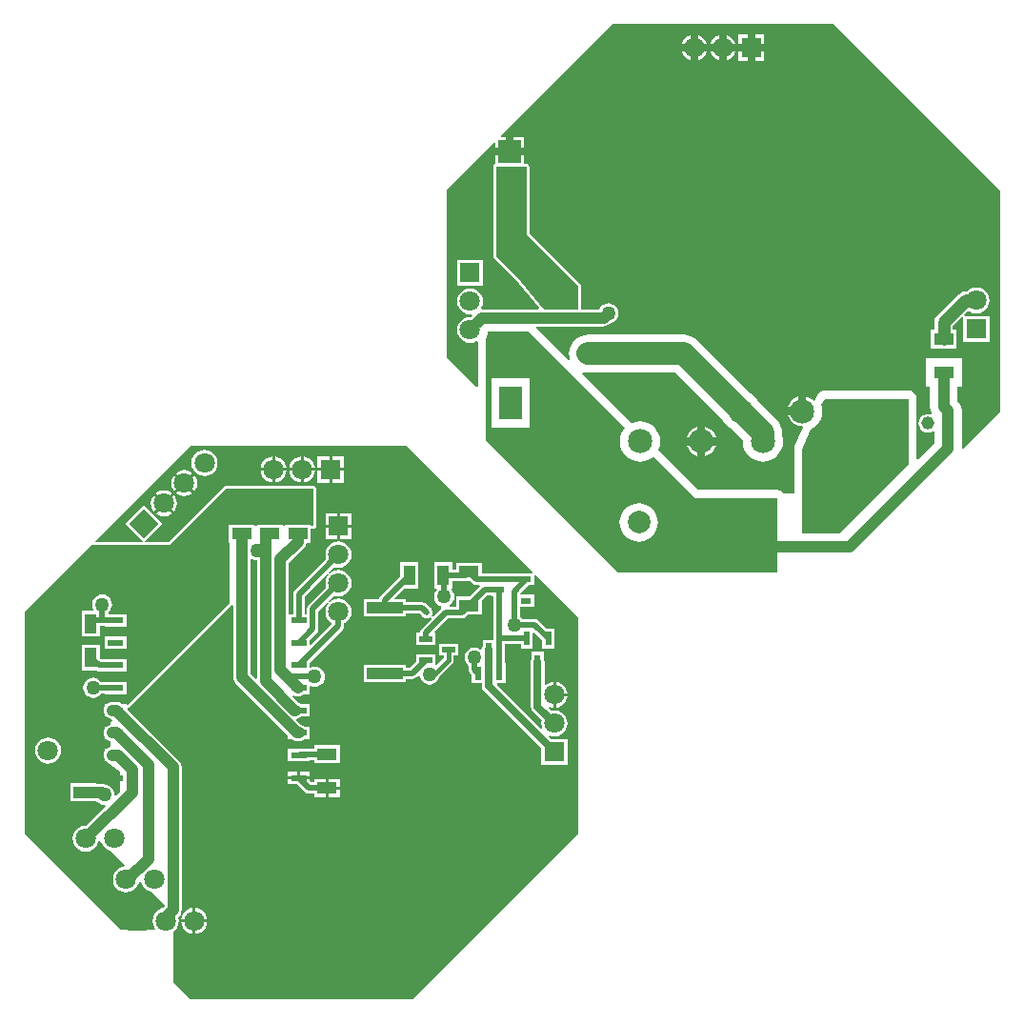
<source format=gtl>
G04 Layer_Physical_Order=1*
G04 Layer_Color=255*
%FSLAX44Y44*%
%MOMM*%
G71*
G01*
G75*
%ADD10R,1.1572X0.5426*%
%ADD11R,1.1120X1.8034*%
%ADD12R,3.2004X1.0128*%
%ADD13R,0.4032X0.3556*%
%ADD14R,1.8034X1.1120*%
%ADD15R,0.9144X0.5588*%
%ADD16R,0.5680X1.2588*%
%ADD17R,1.4000X0.6000*%
%ADD18C,1.0000*%
%ADD19C,2.0000*%
%ADD20C,1.1000*%
%ADD21C,0.5000*%
%ADD22C,0.4000*%
%ADD23C,0.7000*%
%ADD24C,1.8000*%
%ADD25R,1.8000X1.8000*%
%ADD26P,2.5456X4X90.0*%
%ADD27R,1.8000X1.8000*%
%ADD28R,2.0000X2.0000*%
%ADD29R,2.0000X3.0000*%
%ADD30C,1.1684*%
%ADD31C,2.0000*%
%ADD32C,2.1590*%
%ADD33C,1.5000*%
%ADD34C,0.7000*%
%ADD35C,1.2700*%
G36*
X261000Y425000D02*
X258557D01*
Y426142D01*
X235443D01*
Y425000D01*
X233557D01*
Y426142D01*
X210443D01*
Y425000D01*
X208557D01*
Y426142D01*
X185443D01*
Y409942D01*
X186000D01*
Y356000D01*
X95713Y265713D01*
X94540Y266199D01*
Y266540D01*
X90829D01*
X89466Y267586D01*
X87632Y268346D01*
X85663Y268605D01*
X82000D01*
X80032Y268346D01*
X78197Y267586D01*
X76834Y266540D01*
X75460D01*
Y264863D01*
X75414Y264802D01*
X74654Y262968D01*
X74395Y261000D01*
X74654Y259032D01*
X75414Y257197D01*
X75460Y257137D01*
Y255460D01*
X76834D01*
X78197Y254414D01*
X80032Y253654D01*
X81646Y253442D01*
X82081Y252576D01*
X82125Y252125D01*
X80000Y250000D01*
Y248333D01*
X78197Y247586D01*
X76834Y246540D01*
X75460D01*
Y244863D01*
X75414Y244802D01*
X74654Y242968D01*
X74395Y241000D01*
X74654Y239032D01*
X75414Y237197D01*
X75460Y237137D01*
Y235460D01*
X76834D01*
X78197Y234414D01*
X80000Y233667D01*
Y228333D01*
X78197Y227586D01*
X76834Y226540D01*
X75460D01*
Y224863D01*
X75414Y224802D01*
X74654Y222968D01*
X74395Y221000D01*
X74654Y219032D01*
X75414Y217197D01*
X75460Y217137D01*
Y215460D01*
X76834D01*
X78197Y214414D01*
X80000Y213667D01*
Y212125D01*
X89000Y206500D01*
Y189151D01*
X85134Y185139D01*
X83930Y185720D01*
X83967Y186000D01*
X83661Y188321D01*
X82765Y190483D01*
X81340Y192340D01*
X79483Y193765D01*
X77321Y194661D01*
X76383Y194785D01*
X74926Y195388D01*
X72958Y195647D01*
X67557D01*
Y196142D01*
X44443D01*
Y179942D01*
X67557D01*
X67557Y179942D01*
X68698Y179630D01*
X70517Y178235D01*
X72679Y177339D01*
X75000Y177033D01*
X75641Y177118D01*
X76247Y175917D01*
X67913Y167269D01*
X59131Y158487D01*
X58350Y158590D01*
X55338Y158193D01*
X52530Y157030D01*
X50120Y155180D01*
X48270Y152770D01*
X47107Y149963D01*
X46710Y146950D01*
X47107Y143938D01*
X48270Y141130D01*
X50120Y138720D01*
X52530Y136870D01*
X55338Y135707D01*
X58350Y135310D01*
X61363Y135707D01*
X64170Y136870D01*
X66580Y138720D01*
X68430Y141130D01*
X69593Y143938D01*
X69693Y144696D01*
X70896Y145105D01*
X72821Y143179D01*
X73670Y141130D01*
X75520Y138720D01*
X77930Y136870D01*
X79979Y136021D01*
X92688Y123312D01*
X92280Y122109D01*
X91168Y121962D01*
X88361Y120800D01*
X85950Y118950D01*
X84100Y116539D01*
X82937Y113732D01*
X82541Y110720D01*
X82937Y107707D01*
X84100Y104900D01*
X85950Y102489D01*
X88361Y100639D01*
X91168Y99477D01*
X94180Y99080D01*
X97193Y99477D01*
X100000Y100639D01*
X102411Y102489D01*
X104261Y104900D01*
X105423Y107707D01*
X105548Y108656D01*
X106889Y109111D01*
X108369Y107631D01*
X109500Y104900D01*
X111350Y102489D01*
X113761Y100639D01*
X116492Y99508D01*
X128264Y87736D01*
Y86319D01*
X127259Y85314D01*
X126337Y85193D01*
X123530Y84030D01*
X121120Y82180D01*
X119270Y79770D01*
X118107Y76963D01*
X117710Y73950D01*
X118107Y70938D01*
X119270Y68130D01*
X120030Y67139D01*
X119469Y66000D01*
X89494D01*
X3885Y151609D01*
Y348391D01*
X63494Y408000D01*
X133000Y408000D01*
X183000Y458000D01*
X261000Y458000D01*
Y425000D01*
D02*
G37*
G36*
X455896Y384104D02*
X455370Y382834D01*
X442826D01*
Y382639D01*
X410557D01*
Y392058D01*
X387443D01*
Y386139D01*
X384058D01*
Y392557D01*
X367858D01*
Y369443D01*
X370010D01*
X370372Y368829D01*
X370531Y368173D01*
X369235Y366483D01*
X368339Y364321D01*
X368033Y362000D01*
X368339Y359679D01*
X369235Y357517D01*
X370660Y355660D01*
X372517Y354235D01*
X374078Y353588D01*
X373937Y352318D01*
X373937D01*
Y350711D01*
X367481Y344256D01*
X366306Y344694D01*
X366103Y345807D01*
X366255Y346034D01*
X366646Y348000D01*
X366255Y349967D01*
X366063Y350253D01*
Y352318D01*
X364456D01*
X361201Y355574D01*
X359534Y356688D01*
X357567Y357079D01*
X342542D01*
Y359544D01*
X333513D01*
X333027Y360717D01*
X341752Y369443D01*
X354142D01*
Y392557D01*
X337942D01*
Y380167D01*
X320366Y362592D01*
X319252Y360924D01*
X318978Y359544D01*
X305458D01*
Y344336D01*
X342542D01*
Y346801D01*
X355438D01*
X356951Y345289D01*
Y343682D01*
X358898D01*
X359540Y343252D01*
X361507Y342861D01*
X363474Y343252D01*
X363938Y343563D01*
X364892Y343373D01*
X365341Y342116D01*
X357046Y333821D01*
X355933Y332154D01*
X355541Y330187D01*
Y329778D01*
X352354D01*
Y319272D01*
X369006D01*
Y329778D01*
X369006D01*
X368576Y330816D01*
X380622Y342861D01*
X392958D01*
X394925Y343252D01*
X396592Y344366D01*
X398167Y345942D01*
X410557D01*
Y358332D01*
X415087Y362861D01*
X418950D01*
Y362666D01*
X420861D01*
Y323662D01*
X411120D01*
Y317648D01*
X410811Y317185D01*
X410533Y315792D01*
X409134Y315265D01*
X408483Y315765D01*
X406320Y316661D01*
X403999Y316966D01*
X401678Y316661D01*
X399516Y315765D01*
X397659Y314340D01*
X396234Y312483D01*
X395338Y310320D01*
X395033Y307999D01*
X395338Y305679D01*
X396234Y303516D01*
X397659Y301659D01*
X398861Y300737D01*
Y297001D01*
X399252Y295034D01*
X400366Y293367D01*
X401620Y292113D01*
Y285166D01*
X410342D01*
Y282500D01*
X410811Y280143D01*
X412145Y278145D01*
X463510Y226781D01*
Y212410D01*
X486590D01*
Y235490D01*
X472219D01*
X470227Y237482D01*
X470946Y238559D01*
X472037Y238107D01*
X475050Y237710D01*
X478063Y238107D01*
X480870Y239270D01*
X483280Y241120D01*
X485130Y243530D01*
X486293Y246338D01*
X486689Y249350D01*
X486293Y252362D01*
X485130Y255170D01*
X483280Y257580D01*
X480870Y259430D01*
X478063Y260593D01*
X475050Y260989D01*
X472461Y260649D01*
X470227Y262882D01*
X470946Y263959D01*
X472037Y263507D01*
X473780Y263278D01*
Y274750D01*
Y286222D01*
X472037Y285993D01*
X469230Y284830D01*
X467428Y283447D01*
X466158Y284074D01*
Y304000D01*
X465690Y306357D01*
X465380Y306820D01*
Y312834D01*
X454620D01*
Y306820D01*
X454310Y306357D01*
X453842Y304000D01*
Y264400D01*
X454310Y262043D01*
X455645Y260045D01*
X463751Y251940D01*
X463410Y249350D01*
X463807Y246338D01*
X464259Y245246D01*
X463182Y244527D01*
X423813Y283896D01*
X424339Y285166D01*
X431380D01*
Y302834D01*
X431139D01*
Y319689D01*
X445120D01*
Y315994D01*
X455880D01*
Y329521D01*
X457053Y330008D01*
X464120Y322941D01*
Y315994D01*
X474880D01*
Y333662D01*
X467933D01*
X460962Y340634D01*
X459295Y341748D01*
X457328Y342139D01*
X446261D01*
X445340Y343340D01*
X444138Y344262D01*
Y353166D01*
X457050D01*
Y363834D01*
X445335D01*
X444809Y365104D01*
X451871Y372166D01*
X457050D01*
Y381154D01*
X458320Y381680D01*
X496115Y343885D01*
Y150877D01*
X349123Y3885D01*
X151609D01*
X136120Y19373D01*
Y64599D01*
X137580Y65720D01*
X139430Y68130D01*
X140593Y70938D01*
X140990Y73950D01*
X140593Y76963D01*
X140542Y77087D01*
X141498Y78043D01*
X142707Y79618D01*
X143466Y81452D01*
X143726Y83420D01*
Y210543D01*
X143466Y212511D01*
X142707Y214345D01*
X141498Y215920D01*
X95528Y261890D01*
X95588Y262292D01*
X96028Y263186D01*
X96704Y263321D01*
X97545Y263882D01*
X187831Y354169D01*
X188125Y354608D01*
X189395Y354223D01*
Y290417D01*
X189654Y288448D01*
X190414Y286614D01*
X191622Y285039D01*
X238274Y238387D01*
Y235460D01*
X241251D01*
X242614Y234414D01*
X244448Y233654D01*
X246417Y233395D01*
X247814D01*
X249782Y233654D01*
X251616Y234414D01*
X252980Y235460D01*
X257354D01*
Y246540D01*
X252980D01*
X251616Y247586D01*
X249857Y248315D01*
X245913Y252259D01*
X246368Y253599D01*
X246782Y253654D01*
X248617Y254414D01*
X249980Y255460D01*
X257354D01*
Y266540D01*
X249980D01*
X248617Y267586D01*
X248110Y267796D01*
X242251Y273655D01*
X243090Y274612D01*
X243348Y274414D01*
X245182Y273654D01*
X247151Y273395D01*
X249119Y273654D01*
X250953Y274414D01*
X252317Y275460D01*
X257354D01*
Y281926D01*
X258624Y282775D01*
X259679Y282338D01*
X261999Y282033D01*
X264320Y282338D01*
X266483Y283234D01*
X268340Y284659D01*
X269765Y286516D01*
X270661Y288679D01*
X270966Y290999D01*
X270661Y293320D01*
X269765Y295483D01*
X268340Y297340D01*
X266483Y298765D01*
X264320Y299661D01*
X261999Y299966D01*
X259679Y299661D01*
X258624Y299224D01*
X257354Y300072D01*
Y303273D01*
X286634Y332552D01*
X287748Y334219D01*
X288139Y336186D01*
Y338238D01*
X288820Y338520D01*
X291230Y340370D01*
X293080Y342780D01*
X294243Y345588D01*
X294639Y348600D01*
X294243Y351613D01*
X293080Y354420D01*
X291230Y356830D01*
X288820Y358680D01*
X286012Y359843D01*
X283000Y360240D01*
X279988Y359843D01*
X277180Y358680D01*
X275303Y357240D01*
X274464Y358197D01*
X279306Y363039D01*
X279988Y362757D01*
X283000Y362360D01*
X286012Y362757D01*
X288820Y363920D01*
X291230Y365770D01*
X293080Y368180D01*
X294243Y370987D01*
X294639Y374000D01*
X294243Y377012D01*
X293080Y379820D01*
X291230Y382230D01*
X288820Y384080D01*
X286012Y385243D01*
X283000Y385639D01*
X279988Y385243D01*
X277180Y384080D01*
X275303Y382640D01*
X274464Y383596D01*
X279306Y388439D01*
X279988Y388157D01*
X283000Y387761D01*
X286012Y388157D01*
X288820Y389320D01*
X291230Y391170D01*
X293080Y393580D01*
X294243Y396387D01*
X294639Y399400D01*
X294243Y402413D01*
X293080Y405220D01*
X291230Y407630D01*
X288820Y409480D01*
X286012Y410643D01*
X283000Y411040D01*
X279988Y410643D01*
X277180Y409480D01*
X274770Y407630D01*
X272920Y405220D01*
X271757Y402413D01*
X271360Y399400D01*
X271757Y396387D01*
X272039Y395706D01*
X244180Y367848D01*
X243066Y366180D01*
X242675Y364214D01*
Y346540D01*
X238605D01*
Y391850D01*
X252378Y405622D01*
X253586Y407197D01*
X254346Y409032D01*
X254466Y409942D01*
X258557D01*
Y422410D01*
X261000D01*
X261991Y422607D01*
X262831Y423169D01*
X263393Y424009D01*
X263590Y425000D01*
Y458000D01*
X263393Y458991D01*
X262831Y459831D01*
X261991Y460393D01*
X261000Y460590D01*
X183000Y460590D01*
X182009Y460393D01*
X181169Y459831D01*
X131927Y410590D01*
X111706D01*
X111180Y411860D01*
X126360Y427039D01*
X110040Y443359D01*
X93720Y427039D01*
X108899Y411860D01*
X108373Y410590D01*
X67743Y410590D01*
X67257Y411763D01*
X151609Y496115D01*
X343885D01*
X455896Y384104D01*
D02*
G37*
G36*
X790000Y480000D02*
X728103Y418103D01*
X695000D01*
Y493000D01*
X702933Y510849D01*
X705334Y512132D01*
X708044Y514356D01*
X710268Y517066D01*
X711920Y520157D01*
X712937Y523512D01*
X713281Y527000D01*
X712937Y530488D01*
X712420Y532195D01*
X715000Y538000D01*
X790000D01*
Y480000D01*
D02*
G37*
G36*
X537905Y512095D02*
X536132Y509934D01*
X534480Y506843D01*
X533462Y503488D01*
X533119Y500000D01*
X533462Y496511D01*
X534480Y493157D01*
X536132Y490066D01*
X538356Y487356D01*
X541066Y485132D01*
X544157Y483480D01*
X547512Y482462D01*
X551000Y482119D01*
X554488Y482462D01*
X557843Y483480D01*
X560934Y485132D01*
X563095Y486905D01*
X600089Y449911D01*
X672919Y449911D01*
X672988Y384240D01*
X672091Y383341D01*
X531659D01*
X413910Y501090D01*
Y591282D01*
X414854Y593047D01*
X415769Y596063D01*
X415945Y597856D01*
X452144D01*
X537905Y512095D01*
D02*
G37*
G36*
X871115Y723391D02*
Y526609D01*
X838249Y493742D01*
X836979Y494268D01*
Y527299D01*
X836566Y530431D01*
X835357Y533350D01*
X833434Y535857D01*
X833104Y536187D01*
Y548482D01*
X837017D01*
Y573602D01*
X804983D01*
Y548482D01*
X808896D01*
Y531174D01*
X809309Y528041D01*
X810518Y525122D01*
X810614Y524997D01*
X809813Y523954D01*
X809221Y524199D01*
X807033Y524487D01*
X804845Y524199D01*
X802806Y523355D01*
X801055Y522011D01*
X799711Y520260D01*
X798867Y518221D01*
X798579Y516033D01*
X798867Y513845D01*
X799711Y511806D01*
X801055Y510055D01*
X802806Y508711D01*
X804845Y507867D01*
X807033Y507579D01*
X809221Y507867D01*
X811260Y508711D01*
X811633Y508997D01*
X812772Y508435D01*
Y498655D01*
X798234Y484117D01*
X797060Y484603D01*
Y538000D01*
X796820Y539827D01*
X796115Y541530D01*
X794993Y542993D01*
X793530Y544114D01*
X791827Y544820D01*
X790000Y545060D01*
X715000D01*
X714630Y545012D01*
X714257Y545021D01*
X713720Y544892D01*
X713173Y544820D01*
X712828Y544677D01*
X712466Y544590D01*
X711980Y544326D01*
X711470Y544114D01*
X711174Y543887D01*
X710846Y543709D01*
X710446Y543329D01*
X710007Y542993D01*
X709781Y542697D01*
X709510Y542440D01*
X709222Y541968D01*
X708885Y541530D01*
X708743Y541186D01*
X708548Y540868D01*
X706492Y536242D01*
X705231Y536093D01*
X704911Y536511D01*
X702125Y538648D01*
X698900Y539984D01*
Y527000D01*
X695400D01*
Y523500D01*
X682416D01*
X683752Y520275D01*
X685889Y517489D01*
X688675Y515352D01*
X691919Y514008D01*
X695038Y513597D01*
X695930Y512477D01*
X688548Y495868D01*
X688392Y495338D01*
X688180Y494827D01*
X688131Y494458D01*
X688026Y494100D01*
X688012Y493548D01*
X687940Y493000D01*
Y454000D01*
X678605D01*
X678472Y454174D01*
X677912Y454903D01*
X677909Y454906D01*
X677906Y454909D01*
X677178Y455466D01*
X676450Y456026D01*
X676446Y456027D01*
X676443Y456029D01*
X675599Y456378D01*
X674747Y456731D01*
X674743Y456731D01*
X674740Y456733D01*
X673829Y456852D01*
X672919Y456971D01*
X603013Y456971D01*
X568087Y491898D01*
X567629Y492249D01*
X567233Y492620D01*
X567520Y493157D01*
X568537Y496511D01*
X568881Y500000D01*
X568537Y503488D01*
X567520Y506843D01*
X565868Y509934D01*
X563644Y512644D01*
X560934Y514868D01*
X557843Y516520D01*
X554488Y517537D01*
X551000Y517881D01*
X547512Y517537D01*
X544157Y516520D01*
X543620Y516233D01*
X543250Y516629D01*
X542898Y517087D01*
X499371Y560614D01*
X500044Y561737D01*
X501667Y561245D01*
X505000Y560916D01*
X582726D01*
X625193Y518449D01*
X625932Y517066D01*
X628156Y514356D01*
X630866Y512132D01*
X632249Y511393D01*
X642438Y501204D01*
X642319Y500000D01*
X642663Y496511D01*
X643680Y493157D01*
X645332Y490066D01*
X647556Y487356D01*
X650266Y485132D01*
X653357Y483480D01*
X656712Y482462D01*
X660200Y482119D01*
X663688Y482462D01*
X667043Y483480D01*
X670134Y485132D01*
X672844Y487356D01*
X675068Y490066D01*
X676720Y493157D01*
X677738Y496511D01*
X678081Y500000D01*
X677738Y503488D01*
X677282Y504989D01*
Y507600D01*
X677282Y507600D01*
X676954Y510933D01*
X675982Y514137D01*
X674403Y517090D01*
X672279Y519679D01*
X672279Y519679D01*
X656407Y535551D01*
X655668Y536934D01*
X653444Y539644D01*
X650734Y541868D01*
X649351Y542607D01*
X601880Y590078D01*
X599292Y592202D01*
X596339Y593781D01*
X593134Y594753D01*
X589801Y595081D01*
X589801Y595081D01*
X505000D01*
X501667Y594753D01*
X498463Y593781D01*
X495509Y592202D01*
X492921Y590078D01*
X490796Y587489D01*
X489218Y584536D01*
X488246Y581331D01*
X487918Y577999D01*
X488246Y574666D01*
X488738Y573043D01*
X487615Y572370D01*
X458803Y601182D01*
X459290Y602355D01*
X518960D01*
X520928Y602614D01*
X522762Y603374D01*
X524338Y604582D01*
X525060Y605304D01*
X525321Y605339D01*
X527483Y606235D01*
X529340Y607660D01*
X530765Y609517D01*
X531661Y611679D01*
X531967Y614000D01*
X531661Y616321D01*
X530765Y618483D01*
X529340Y620340D01*
X527483Y621765D01*
X525321Y622661D01*
X523000Y622967D01*
X520679Y622661D01*
X518517Y621765D01*
X516660Y620340D01*
X515235Y618483D01*
X514854Y617565D01*
X498590D01*
Y630000D01*
Y638000D01*
X498393Y638991D01*
X497831Y639831D01*
X488831Y648831D01*
X452590Y685073D01*
Y721000D01*
Y744000D01*
X452393Y744991D01*
X451831Y745831D01*
X450991Y746393D01*
X450000Y746590D01*
X447540D01*
Y754500D01*
X435000D01*
X422460D01*
Y746482D01*
X422009Y746393D01*
X421169Y745831D01*
X420607Y744991D01*
X420410Y744000D01*
Y665000D01*
X420607Y664009D01*
X421169Y663169D01*
X439086Y645252D01*
X461200Y618715D01*
X460661Y617565D01*
X410760D01*
X410612Y617546D01*
X409977Y618645D01*
X410080Y618780D01*
X411243Y621587D01*
X411640Y624600D01*
X411243Y627612D01*
X410080Y630420D01*
X408230Y632830D01*
X405820Y634680D01*
X403013Y635843D01*
X400000Y636240D01*
X396987Y635843D01*
X394180Y634680D01*
X391770Y632830D01*
X389920Y630420D01*
X388757Y627612D01*
X388360Y624600D01*
X388757Y621587D01*
X389920Y618780D01*
X391770Y616370D01*
X394180Y614520D01*
X396987Y613357D01*
X400000Y612960D01*
X401393Y613144D01*
X401986Y611941D01*
X400782Y610737D01*
X400000Y610840D01*
X396987Y610443D01*
X394180Y609280D01*
X391770Y607430D01*
X389920Y605020D01*
X388757Y602212D01*
X388360Y599200D01*
X388757Y596188D01*
X389920Y593380D01*
X391770Y590970D01*
X394180Y589120D01*
X396987Y587957D01*
X400000Y587560D01*
X403013Y587957D01*
X405580Y589020D01*
X406850Y588490D01*
Y548810D01*
X405676Y548324D01*
X378885Y575115D01*
Y723391D01*
X421287Y765793D01*
X422460Y765307D01*
Y761500D01*
X431500D01*
Y770540D01*
X427693D01*
X427207Y771713D01*
X526609Y871115D01*
X723391D01*
X871115Y723391D01*
D02*
G37*
G36*
X450000Y721000D02*
Y684000D01*
X487000Y647000D01*
X496000Y638000D01*
Y630000D01*
Y617565D01*
X465529D01*
X441000Y647000D01*
X423000Y665000D01*
Y744000D01*
X450000D01*
Y721000D01*
D02*
G37*
G36*
X274360Y381697D02*
X272920Y379820D01*
X271757Y377012D01*
X271360Y374000D01*
X271757Y370987D01*
X272039Y370306D01*
X256366Y354634D01*
X255252Y352966D01*
X254861Y351000D01*
Y346540D01*
X252953D01*
Y362085D01*
X273403Y382536D01*
X274360Y381697D01*
D02*
G37*
G36*
X274360Y356297D02*
X272920Y354420D01*
X271757Y351613D01*
X271360Y348600D01*
X271757Y345588D01*
X272920Y342780D01*
X274770Y340370D01*
X276665Y338915D01*
X276921Y337374D01*
X258527Y318981D01*
X257354Y319466D01*
Y323273D01*
X263634Y329552D01*
X264748Y331219D01*
X265139Y333186D01*
Y348871D01*
X273403Y357136D01*
X274360Y356297D01*
D02*
G37*
G36*
X206517Y395235D02*
X208679Y394339D01*
X210395Y394113D01*
Y289436D01*
X209222Y288950D01*
X204605Y293567D01*
Y395101D01*
X205875Y395727D01*
X206517Y395235D01*
D02*
G37*
G36*
X387443Y375858D02*
X399833D01*
X401824Y373866D01*
X403491Y372752D01*
X405458Y372361D01*
X408256D01*
X408782Y371091D01*
X399833Y362142D01*
X387443D01*
Y353139D01*
X382047D01*
X381867Y353488D01*
X381710Y354409D01*
X383340Y355660D01*
X384765Y357517D01*
X385661Y359679D01*
X385967Y362000D01*
X385661Y364321D01*
X384765Y366483D01*
X383469Y368173D01*
X383628Y368829D01*
X383990Y369443D01*
X384058D01*
Y375861D01*
X387443D01*
Y375858D01*
D02*
G37*
%LPC*%
G36*
X73000Y363967D02*
X70679Y363661D01*
X68517Y362765D01*
X66660Y361340D01*
X65235Y359483D01*
X64339Y357321D01*
X64033Y355000D01*
X64339Y352679D01*
X65106Y350827D01*
X64535Y349557D01*
X54858D01*
Y326443D01*
X71058D01*
Y335861D01*
X75460D01*
Y335460D01*
X94540D01*
Y346540D01*
X79112D01*
X78887Y346770D01*
X78995Y348395D01*
X79340Y348660D01*
X80765Y350517D01*
X81661Y352679D01*
X81967Y355000D01*
X81661Y357321D01*
X80765Y359483D01*
X79340Y361340D01*
X77483Y362765D01*
X75321Y363661D01*
X73000Y363967D01*
D02*
G37*
G36*
X71058Y319557D02*
X54858D01*
Y296443D01*
X67706D01*
X67991Y296252D01*
X69958Y295861D01*
X75460D01*
Y295460D01*
X94540D01*
Y306540D01*
X75460D01*
Y306139D01*
X72087D01*
X71058Y307167D01*
Y319557D01*
D02*
G37*
G36*
X94540Y326540D02*
X75460D01*
Y315460D01*
X94540D01*
Y326540D01*
D02*
G37*
G36*
X24950Y236890D02*
X21937Y236493D01*
X19130Y235330D01*
X16720Y233480D01*
X14870Y231070D01*
X13707Y228263D01*
X13311Y225250D01*
X13707Y222237D01*
X14870Y219430D01*
X16720Y217020D01*
X19130Y215170D01*
X21937Y214007D01*
X24950Y213610D01*
X27963Y214007D01*
X30770Y215170D01*
X33180Y217020D01*
X35030Y219430D01*
X36193Y222237D01*
X36590Y225250D01*
X36193Y228263D01*
X35030Y231070D01*
X33180Y233480D01*
X30770Y235330D01*
X27963Y236493D01*
X24950Y236890D01*
D02*
G37*
G36*
X65000Y289967D02*
X62679Y289661D01*
X60517Y288765D01*
X58660Y287340D01*
X57235Y285483D01*
X56339Y283321D01*
X56033Y281000D01*
X56339Y278679D01*
X57235Y276517D01*
X58660Y274660D01*
X60517Y273235D01*
X62679Y272339D01*
X65000Y272033D01*
X67321Y272339D01*
X69483Y273235D01*
X71340Y274660D01*
X72263Y275861D01*
X75460D01*
Y275460D01*
X94540D01*
Y286540D01*
X75460D01*
Y286139D01*
X72263D01*
X71340Y287340D01*
X69483Y288765D01*
X67321Y289661D01*
X65000Y289967D01*
D02*
G37*
G36*
X118990Y452214D02*
X117920Y450820D01*
X116757Y448013D01*
X116360Y445000D01*
X116757Y441987D01*
X117920Y439180D01*
X118990Y437786D01*
X126204Y445000D01*
X118990Y452214D01*
D02*
G37*
G36*
X137010D02*
X129796Y445000D01*
X137010Y437786D01*
X138080Y439180D01*
X139243Y441987D01*
X139640Y445000D01*
X139243Y448013D01*
X138080Y450820D01*
X137010Y452214D01*
D02*
G37*
G36*
X145961Y461165D02*
X138746Y453950D01*
X140141Y452880D01*
X142948Y451718D01*
X145961Y451321D01*
X148973Y451718D01*
X151780Y452880D01*
X153175Y453950D01*
X145961Y461165D01*
D02*
G37*
G36*
X128000Y456640D02*
X124987Y456243D01*
X122180Y455080D01*
X120786Y454010D01*
X128000Y446796D01*
X135214Y454010D01*
X133820Y455080D01*
X131012Y456243D01*
X128000Y456640D01*
D02*
G37*
G36*
X128000Y443204D02*
X120786Y435990D01*
X122180Y434920D01*
X124987Y433757D01*
X128000Y433360D01*
X131012Y433757D01*
X133820Y434920D01*
X135214Y435990D01*
X128000Y443204D01*
D02*
G37*
G36*
X294540Y423530D02*
X284270D01*
Y413260D01*
X294540D01*
Y423530D01*
D02*
G37*
G36*
X281730D02*
X271460D01*
Y413260D01*
X281730D01*
Y423530D01*
D02*
G37*
G36*
X294540Y436340D02*
X284270D01*
Y426070D01*
X294540D01*
Y436340D01*
D02*
G37*
G36*
X281730D02*
X271460D01*
Y426070D01*
X281730D01*
Y436340D01*
D02*
G37*
G36*
X284557Y200142D02*
X274270D01*
Y193312D01*
X284557D01*
Y200142D01*
D02*
G37*
G36*
Y190772D02*
X274270D01*
Y183942D01*
X284557D01*
Y190772D01*
D02*
G37*
G36*
X246544Y206544D02*
X238274D01*
Y202274D01*
X246544D01*
Y206544D01*
D02*
G37*
G36*
X271730Y200142D02*
X261443D01*
Y197181D01*
X258905D01*
X257354Y198731D01*
Y199734D01*
X247814D01*
X238274D01*
Y195464D01*
X246087D01*
X253142Y188408D01*
X254809Y187294D01*
X256776Y186903D01*
X261443D01*
Y183942D01*
X271730D01*
Y192042D01*
Y200142D01*
D02*
G37*
G36*
X166222Y72680D02*
X156020D01*
Y62478D01*
X157762Y62707D01*
X160570Y63870D01*
X162980Y65720D01*
X164830Y68130D01*
X165993Y70938D01*
X166222Y72680D01*
D02*
G37*
G36*
X153480D02*
X143278D01*
X143507Y70938D01*
X144670Y68130D01*
X146520Y65720D01*
X148930Y63870D01*
X151737Y62707D01*
X153480Y62478D01*
Y72680D01*
D02*
G37*
G36*
X156020Y85422D02*
Y75220D01*
X166222D01*
X165993Y76963D01*
X164830Y79770D01*
X162980Y82180D01*
X160570Y84030D01*
X157762Y85193D01*
X156020Y85422D01*
D02*
G37*
G36*
X153480D02*
X151737Y85193D01*
X148930Y84030D01*
X146520Y82180D01*
X144670Y79770D01*
X143507Y76963D01*
X143278Y75220D01*
X153480D01*
Y85422D01*
D02*
G37*
G36*
X257354Y206544D02*
X249084D01*
Y202274D01*
X257354D01*
Y206544D01*
D02*
G37*
G36*
X476320Y286222D02*
Y276020D01*
X486522D01*
X486293Y277763D01*
X485130Y280570D01*
X483280Y282980D01*
X480870Y284830D01*
X478063Y285993D01*
X476320Y286222D01*
D02*
G37*
G36*
X389326Y320253D02*
X372674D01*
Y309747D01*
X376371D01*
Y307917D01*
X370179Y301726D01*
X369006Y302212D01*
Y310728D01*
X352354D01*
Y304729D01*
X346824Y299199D01*
X342542D01*
Y301664D01*
X305458D01*
Y286456D01*
X342542D01*
Y288921D01*
X348952D01*
X350919Y289312D01*
X352586Y290426D01*
X354032Y291873D01*
X355235Y291465D01*
X355338Y290679D01*
X356234Y288516D01*
X357659Y286659D01*
X359516Y285234D01*
X361679Y284338D01*
X363999Y284033D01*
X366320Y284338D01*
X368483Y285234D01*
X370340Y286659D01*
X371765Y288516D01*
X372660Y290679D01*
X372727Y291180D01*
X384273Y302727D01*
X384273Y302727D01*
X385277Y304229D01*
X385629Y306000D01*
X385629Y306000D01*
Y309747D01*
X389326D01*
Y320253D01*
D02*
G37*
G36*
X284557Y230058D02*
X261443D01*
Y227097D01*
X248772D01*
X246805Y226706D01*
X246558Y226540D01*
X238274D01*
Y215460D01*
X257354D01*
Y216819D01*
X261443D01*
Y213858D01*
X284557D01*
Y230058D01*
D02*
G37*
G36*
X486522Y273480D02*
X476320D01*
Y263278D01*
X478063Y263507D01*
X480870Y264670D01*
X483280Y266520D01*
X485130Y268930D01*
X486293Y271737D01*
X486522Y273480D01*
D02*
G37*
G36*
X154971Y470175D02*
X147757Y462961D01*
X154971Y455746D01*
X156041Y457141D01*
X157203Y459948D01*
X157600Y462961D01*
X157203Y465973D01*
X156041Y468780D01*
X154971Y470175D01*
D02*
G37*
G36*
X262122Y473780D02*
X251920D01*
Y463578D01*
X253663Y463807D01*
X256470Y464970D01*
X258880Y466820D01*
X260730Y469230D01*
X261893Y472037D01*
X262122Y473780D01*
D02*
G37*
G36*
X236722D02*
X226520D01*
Y463578D01*
X228263Y463807D01*
X231070Y464970D01*
X233480Y466820D01*
X235330Y469230D01*
X236493Y472037D01*
X236722Y473780D01*
D02*
G37*
G36*
X163921Y492561D02*
X160909Y492164D01*
X158101Y491001D01*
X155691Y489151D01*
X153841Y486741D01*
X152678Y483934D01*
X152282Y480921D01*
X152678Y477909D01*
X153841Y475101D01*
X155691Y472691D01*
X158101Y470841D01*
X160909Y469678D01*
X163921Y469282D01*
X166934Y469678D01*
X169741Y470841D01*
X172151Y472691D01*
X174001Y475101D01*
X175164Y477909D01*
X175561Y480921D01*
X175164Y483934D01*
X174001Y486741D01*
X172151Y489151D01*
X169741Y491001D01*
X166934Y492164D01*
X163921Y492561D01*
D02*
G37*
G36*
X145961Y474600D02*
X142948Y474203D01*
X140141Y473041D01*
X138746Y471971D01*
X145961Y464757D01*
X153175Y471971D01*
X151780Y473041D01*
X148973Y474203D01*
X145961Y474600D01*
D02*
G37*
G36*
X249380Y473780D02*
X239178D01*
X239407Y472037D01*
X240570Y469230D01*
X242420Y466820D01*
X244830Y464970D01*
X247638Y463807D01*
X249380Y463578D01*
Y473780D01*
D02*
G37*
G36*
X274780D02*
X264510D01*
Y463510D01*
X274780D01*
Y473780D01*
D02*
G37*
G36*
X136950Y470175D02*
X135880Y468780D01*
X134718Y465973D01*
X134321Y462961D01*
X134718Y459948D01*
X135880Y457141D01*
X136950Y455746D01*
X144164Y462961D01*
X136950Y470175D01*
D02*
G37*
G36*
X223980Y473780D02*
X213778D01*
X214007Y472037D01*
X215170Y469230D01*
X217020Y466820D01*
X219430Y464970D01*
X222237Y463807D01*
X223980Y463578D01*
Y473780D01*
D02*
G37*
G36*
X287590D02*
X277320D01*
Y463510D01*
X287590D01*
Y473780D01*
D02*
G37*
G36*
X226520Y486522D02*
Y476320D01*
X236722D01*
X236493Y478063D01*
X235330Y480870D01*
X233480Y483280D01*
X231070Y485130D01*
X228263Y486293D01*
X226520Y486522D01*
D02*
G37*
G36*
X251920D02*
Y476320D01*
X262122D01*
X261893Y478063D01*
X260730Y480870D01*
X258880Y483280D01*
X256470Y485130D01*
X253663Y486293D01*
X251920Y486522D01*
D02*
G37*
G36*
X249380Y486522D02*
X247638Y486293D01*
X244830Y485130D01*
X242420Y483280D01*
X240570Y480870D01*
X239407Y478063D01*
X239178Y476320D01*
X249380D01*
Y486522D01*
D02*
G37*
G36*
X274780Y486590D02*
X264510D01*
Y476320D01*
X274780D01*
Y486590D01*
D02*
G37*
G36*
X287590D02*
X277320D01*
Y476320D01*
X287590D01*
Y486590D01*
D02*
G37*
G36*
X223980Y486522D02*
X222237Y486293D01*
X219430Y485130D01*
X217020Y483280D01*
X215170Y480870D01*
X214007Y478063D01*
X213778Y476320D01*
X223980D01*
Y486522D01*
D02*
G37*
G36*
X550000Y445082D02*
X546667Y444754D01*
X543463Y443782D01*
X540510Y442203D01*
X537921Y440079D01*
X535797Y437490D01*
X534218Y434537D01*
X533246Y431333D01*
X532918Y428000D01*
X533246Y424667D01*
X534218Y421463D01*
X535797Y418510D01*
X537921Y415921D01*
X540510Y413797D01*
X543463Y412218D01*
X546667Y411246D01*
X550000Y410918D01*
X553333Y411246D01*
X556537Y412218D01*
X559490Y413797D01*
X562079Y415921D01*
X564203Y418510D01*
X565782Y421463D01*
X566754Y424667D01*
X567082Y428000D01*
X566754Y431333D01*
X565782Y434537D01*
X564203Y437490D01*
X562079Y440079D01*
X559490Y442203D01*
X556537Y443782D01*
X553333Y444754D01*
X550000Y445082D01*
D02*
G37*
G36*
X453000Y556000D02*
X419000D01*
Y512000D01*
X453000D01*
Y556000D01*
D02*
G37*
G36*
X646500Y846500D02*
X638460D01*
Y838460D01*
X646500D01*
Y846500D01*
D02*
G37*
G36*
X447540Y770540D02*
X438500D01*
Y761500D01*
X447540D01*
Y770540D01*
D02*
G37*
G36*
X595700Y846500D02*
X588159D01*
X589120Y844180D01*
X590970Y841770D01*
X593380Y839920D01*
X595700Y838959D01*
Y846500D01*
D02*
G37*
G36*
X661540D02*
X653500D01*
Y838460D01*
X661540D01*
Y846500D01*
D02*
G37*
G36*
X411540Y661540D02*
X388460D01*
Y638460D01*
X411540D01*
Y661540D01*
D02*
G37*
G36*
X609100Y512984D02*
Y503500D01*
X618584D01*
X617248Y506725D01*
X615111Y509511D01*
X612325Y511648D01*
X609100Y512984D01*
D02*
G37*
G36*
X850000Y637039D02*
X846987Y636643D01*
X844180Y635480D01*
X841770Y633630D01*
X841677Y633509D01*
X840400D01*
X838301Y633233D01*
X836345Y632423D01*
X834666Y631134D01*
X815266Y611734D01*
X813977Y610055D01*
X813167Y608099D01*
X812891Y606000D01*
Y599058D01*
X809443D01*
Y582858D01*
X820929D01*
X821000Y582849D01*
X821071Y582858D01*
X832557D01*
Y599058D01*
X829109D01*
Y602641D01*
X837190Y610722D01*
X838460Y610196D01*
Y588460D01*
X861540D01*
Y611540D01*
X839804D01*
X839278Y612810D01*
X842827Y616358D01*
X844180Y615320D01*
X846987Y614157D01*
X850000Y613760D01*
X853012Y614157D01*
X855820Y615320D01*
X858230Y617170D01*
X860080Y619580D01*
X861243Y622388D01*
X861639Y625400D01*
X861243Y628413D01*
X860080Y631220D01*
X858230Y633630D01*
X855820Y635480D01*
X853012Y636643D01*
X850000Y637039D01*
D02*
G37*
G36*
X691900Y539984D02*
X688675Y538648D01*
X685889Y536511D01*
X683752Y533725D01*
X682416Y530500D01*
X691900D01*
Y539984D01*
D02*
G37*
G36*
X661540Y861540D02*
X653500D01*
Y853500D01*
X661540D01*
Y861540D01*
D02*
G37*
G36*
X621100Y861041D02*
X618780Y860080D01*
X616370Y858230D01*
X614520Y855820D01*
X613559Y853500D01*
X621100D01*
Y861041D01*
D02*
G37*
G36*
X628100Y861041D02*
Y853500D01*
X635641D01*
X634680Y855820D01*
X632830Y858230D01*
X630420Y860080D01*
X628100Y861041D01*
D02*
G37*
G36*
X602700D02*
Y853500D01*
X610241D01*
X609280Y855820D01*
X607430Y858230D01*
X605020Y860080D01*
X602700Y861041D01*
D02*
G37*
G36*
X595700Y861041D02*
X593380Y860080D01*
X590970Y858230D01*
X589120Y855820D01*
X588159Y853500D01*
X595700D01*
Y861041D01*
D02*
G37*
G36*
X610241Y846500D02*
X602700D01*
Y838959D01*
X605020Y839920D01*
X607430Y841770D01*
X609280Y844180D01*
X610241Y846500D01*
D02*
G37*
G36*
X621100D02*
X613559D01*
X614520Y844180D01*
X616370Y841770D01*
X618780Y839920D01*
X621100Y838959D01*
Y846500D01*
D02*
G37*
G36*
X646500Y861540D02*
X638460D01*
Y853500D01*
X646500D01*
Y861540D01*
D02*
G37*
G36*
X635641Y846500D02*
X628100D01*
Y838959D01*
X630420Y839920D01*
X632830Y841770D01*
X634680Y844180D01*
X635641Y846500D01*
D02*
G37*
G36*
X602100Y496500D02*
X592616D01*
X593952Y493275D01*
X596089Y490489D01*
X598875Y488352D01*
X602100Y487016D01*
Y496500D01*
D02*
G37*
G36*
Y512984D02*
X598875Y511648D01*
X596089Y509511D01*
X593952Y506725D01*
X592616Y503500D01*
X602100D01*
Y512984D01*
D02*
G37*
G36*
X618584Y496500D02*
X609100D01*
Y487016D01*
X612325Y488352D01*
X615111Y490489D01*
X617248Y493275D01*
X618584Y496500D01*
D02*
G37*
%LPD*%
D10*
X360680Y324525D02*
D03*
Y305475D02*
D03*
X381000Y315000D02*
D03*
D11*
X346042Y381000D02*
D03*
X375958D02*
D03*
X33042Y338000D02*
D03*
X62958D02*
D03*
X33042Y308000D02*
D03*
X62958D02*
D03*
D12*
X324000Y351940D02*
D03*
Y294060D02*
D03*
D13*
X361507Y348000D02*
D03*
X378493D02*
D03*
D14*
X247000Y447958D02*
D03*
Y418042D02*
D03*
X399000Y354042D02*
D03*
Y383958D02*
D03*
X821000Y590958D02*
D03*
Y561042D02*
D03*
X197000Y447958D02*
D03*
Y418042D02*
D03*
X222000Y447958D02*
D03*
Y418042D02*
D03*
X56000Y217958D02*
D03*
Y188042D02*
D03*
X273000Y221958D02*
D03*
Y192042D02*
D03*
D15*
X426062Y368000D02*
D03*
X449938Y377500D02*
D03*
Y358500D02*
D03*
D16*
X460000Y304000D02*
D03*
X450500Y324828D02*
D03*
X469500D02*
D03*
X416500Y314828D02*
D03*
X426000Y294000D02*
D03*
X407000D02*
D03*
D17*
X85000Y201004D02*
D03*
X247814Y201004D02*
D03*
Y341000D02*
D03*
X85000Y221000D02*
D03*
Y241000D02*
D03*
X85000Y261000D02*
D03*
X85000Y281000D02*
D03*
Y301000D02*
D03*
X85000Y321000D02*
D03*
X85000Y341000D02*
D03*
X247814Y221000D02*
D03*
Y241000D02*
D03*
X247814Y261000D02*
D03*
X247814Y281000D02*
D03*
X247814Y301000D02*
D03*
X247814Y321000D02*
D03*
D18*
X218000Y287151D02*
Y406000D01*
X197000Y290417D02*
Y413084D01*
Y290417D02*
X246417Y241000D01*
X211000Y403000D02*
X215000D01*
X218000Y406000D01*
X247000Y411000D02*
Y418042D01*
X231000Y395000D02*
X247000Y411000D01*
X231000Y297151D02*
Y395000D01*
X82000Y261000D02*
X85000D01*
X82000Y241000D02*
X85000D01*
X82000Y221000D02*
X85000D01*
X218000Y406000D02*
Y414042D01*
X222000Y418042D01*
X218000Y287151D02*
X244151Y261000D01*
X136120Y83420D02*
Y210543D01*
X518960Y609960D02*
X523000Y614000D01*
X410760Y609960D02*
X518960D01*
X400000Y599200D02*
X410760Y609960D01*
X244151Y261000D02*
X244814D01*
X85000Y261000D02*
X85663D01*
X85000Y241000D02*
X85663D01*
X114000Y212663D01*
X87194Y221000D02*
X99540Y208654D01*
X85000Y221000D02*
X87194D01*
X99540Y188140D02*
Y208654D01*
X246417Y241000D02*
X247814D01*
X237151Y290999D02*
X247151Y281000D01*
X231000Y297151D02*
X235151Y293000D01*
X58350Y146950D02*
X99540Y188140D01*
X114000Y129000D02*
Y212663D01*
X94180Y110720D02*
X95720D01*
X114000Y129000D01*
X128000Y75300D02*
X129350Y73950D01*
X56000Y188042D02*
X72958D01*
X75000Y186000D01*
X128000Y75300D02*
X136120Y83420D01*
X85663Y261000D02*
X136120Y210543D01*
X737233Y406000D02*
X824875Y493642D01*
Y527299D01*
X821000Y531174D02*
X824875Y527299D01*
X821000Y531174D02*
Y561042D01*
X668000Y406000D02*
X737233D01*
D19*
X505000Y577999D02*
X589801D01*
X640800Y527000D02*
X660200Y507600D01*
Y500000D02*
Y507600D01*
X589801Y577999D02*
X640800Y527000D01*
D20*
X840400Y625400D02*
X850000D01*
X821000Y606000D02*
X840400Y625400D01*
X821000Y590958D02*
Y606000D01*
D21*
X62958Y338000D02*
X65958Y341000D01*
X62958Y308000D02*
X69958Y301000D01*
X85000D01*
X283000Y336186D02*
Y348600D01*
X247814Y301000D02*
X283000Y336186D01*
X260000Y333186D02*
Y351000D01*
X283000Y374000D01*
X247814Y321000D02*
X260000Y333186D01*
X247814Y341000D02*
Y364214D01*
X283000Y399400D01*
X360367Y305475D02*
X360680D01*
X348952Y294060D02*
X360367Y305475D01*
X324000Y294060D02*
X348952D01*
X360680Y330187D02*
X378493Y348000D01*
X360680Y324525D02*
Y330187D01*
X357567Y351940D02*
X361507Y348000D01*
X324000Y351940D02*
X357567D01*
X324000D02*
Y358958D01*
X399000Y354042D02*
X412958Y368000D01*
X426062D01*
X399000Y383958D02*
X405458Y377500D01*
X449938D01*
X396042Y381000D02*
X399000Y383958D01*
X375958Y381000D02*
X396042D01*
X392958Y348000D02*
X399000Y354042D01*
X378493Y348000D02*
X392958D01*
X324000Y358958D02*
X346042Y381000D01*
X375958D02*
X377000Y379958D01*
Y362000D02*
Y379958D01*
X438999Y336999D02*
Y366561D01*
X449938Y377500D01*
X426000Y367938D02*
X426062Y368000D01*
X426000Y324000D02*
Y367938D01*
X438999Y336999D02*
X439000Y337000D01*
X426828Y324828D02*
X450500D01*
X426000Y324000D02*
X426828Y324828D01*
X439000Y337000D02*
X457328D01*
X469500Y324828D01*
X426000Y294000D02*
Y324000D01*
X403999Y307999D02*
X404999D01*
X403999Y297001D02*
Y307999D01*
Y297001D02*
X407000Y294000D01*
X65000Y281000D02*
X81000D01*
X248772Y221958D02*
X273000D01*
X247814Y221000D02*
X248772Y221958D01*
X256776Y192042D02*
X273000D01*
X247814Y201004D02*
X256776Y192042D01*
X237151Y290999D02*
X261999D01*
X235151Y293000D02*
X237151Y290999D01*
X85000Y341000D02*
X85000Y341000D01*
X65958Y341000D02*
X73000D01*
Y355000D01*
Y341000D02*
X85000D01*
D22*
X363999Y292999D02*
X367999D01*
X381000Y306000D01*
Y315000D01*
D23*
X416500Y282500D02*
Y314828D01*
X460000Y264400D02*
Y304000D01*
X475050Y249350D02*
X476192D01*
X460000Y264400D02*
X475050Y249350D01*
X416500Y282500D02*
X475050Y223950D01*
D24*
X250650Y475050D02*
D03*
X225250D02*
D03*
X128000Y445000D02*
D03*
X145961Y462961D02*
D03*
X163921Y480921D02*
D03*
X283000Y399400D02*
D03*
Y374000D02*
D03*
Y348600D02*
D03*
X475050Y249350D02*
D03*
Y274750D02*
D03*
X624600Y850000D02*
D03*
X599200D02*
D03*
X400000Y624600D02*
D03*
Y599200D02*
D03*
X850000Y625400D02*
D03*
Y650800D02*
D03*
X24950Y250650D02*
D03*
Y225250D02*
D03*
X58350Y146950D02*
D03*
X83750D02*
D03*
X94180Y110720D02*
D03*
X119580D02*
D03*
X129350Y73950D02*
D03*
X154750D02*
D03*
D25*
X276050Y475050D02*
D03*
X650000Y850000D02*
D03*
X32950Y146950D02*
D03*
X68780Y110720D02*
D03*
X103950Y73950D02*
D03*
D26*
X110040Y427039D02*
D03*
D27*
X283000Y424800D02*
D03*
X475050Y223950D02*
D03*
X400000Y650000D02*
D03*
X850000Y600000D02*
D03*
X24950Y276050D02*
D03*
D28*
X435000Y758000D02*
D03*
Y733000D02*
D03*
D29*
X436000Y534000D02*
D03*
Y571000D02*
D03*
D30*
X807033Y516033D02*
D03*
X754000Y463000D02*
D03*
D31*
X657000Y428000D02*
D03*
X707000D02*
D03*
X550000D02*
D03*
X600000D02*
D03*
D32*
X660200Y500000D02*
D03*
X605600D02*
D03*
X551000D02*
D03*
X750000Y527000D02*
D03*
X695400D02*
D03*
X640800D02*
D03*
D33*
X505000Y577999D02*
D03*
D34*
X166000Y458000D02*
D03*
X521000Y599000D02*
D03*
X545000Y620000D02*
D03*
X508000Y635000D02*
D03*
X503000Y733000D02*
D03*
X497000Y662000D02*
D03*
X508000Y647000D02*
D03*
X130000Y420000D02*
D03*
X90000D02*
D03*
X170000Y320000D02*
D03*
X150000Y300000D02*
D03*
X130000Y280000D02*
D03*
X290000Y220000D02*
D03*
X273000Y205000D02*
D03*
X289000Y192000D02*
D03*
X273000Y179000D02*
D03*
X248000Y210000D02*
D03*
X247000Y184000D02*
D03*
X230000Y200000D02*
D03*
Y220000D02*
D03*
X290000Y250000D02*
D03*
Y280000D02*
D03*
Y310000D02*
D03*
X310000D02*
D03*
Y330000D02*
D03*
Y380000D02*
D03*
Y400000D02*
D03*
X273000Y254000D02*
D03*
X474000Y621000D02*
D03*
Y630000D02*
D03*
X483000Y621000D02*
D03*
Y630000D02*
D03*
X320000Y310000D02*
D03*
Y330000D02*
D03*
Y400000D02*
D03*
Y380000D02*
D03*
X533000Y550000D02*
D03*
X553000D02*
D03*
X573000D02*
D03*
X518000D02*
D03*
X642000Y478000D02*
D03*
X680000Y479000D02*
D03*
X661000Y474000D02*
D03*
D35*
X211000Y403000D02*
D03*
X363999Y292999D02*
D03*
X377000Y362000D02*
D03*
X438999Y336999D02*
D03*
X403999Y307999D02*
D03*
X523000Y614000D02*
D03*
X65000Y281000D02*
D03*
X261999Y290999D02*
D03*
X73000Y355000D02*
D03*
X75000Y186000D02*
D03*
M02*

</source>
